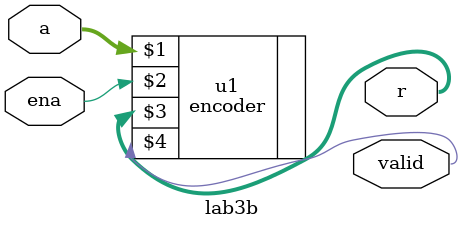
<source format=v>
module lab3b ( 
input [3:0] a,
input ena,
output [1:0] r,
output valid
);

encoder u1(a,ena,r,valid);

endmodule

</source>
